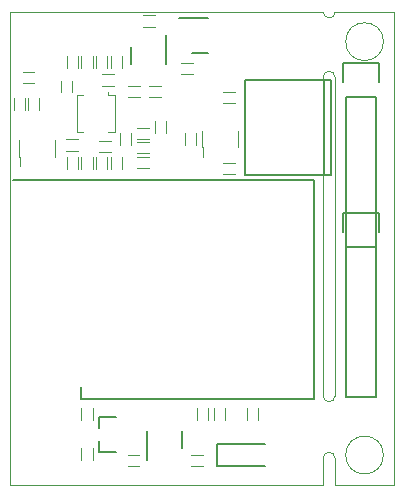
<source format=gto>
G04 #@! TF.FileFunction,Legend,Top*
%FSLAX46Y46*%
G04 Gerber Fmt 4.6, Leading zero omitted, Abs format (unit mm)*
G04 Created by KiCad (PCBNEW 4.0.2-stable) date 05/06/2016 01:14:18*
%MOMM*%
G01*
G04 APERTURE LIST*
%ADD10C,0.100000*%
%ADD11C,0.120000*%
%ADD12C,0.150000*%
G04 APERTURE END LIST*
D10*
X137000000Y-50500000D02*
G75*
G03X137500000Y-50000000I0J500000D01*
G01*
X136500000Y-50000000D02*
G75*
G03X137000000Y-50500000I500000J0D01*
G01*
X136500000Y-57750000D02*
X136500000Y-55500000D01*
X137500000Y-55500000D02*
X137500000Y-57750000D01*
X137500000Y-55500000D02*
G75*
G03X137000000Y-55000000I-500000J0D01*
G01*
X137000000Y-55000000D02*
G75*
G03X136500000Y-55500000I0J-500000D01*
G01*
X137500000Y-65750000D02*
X137500000Y-70500000D01*
X136500000Y-58500000D02*
X136500000Y-63250000D01*
X136500000Y-75500000D02*
X136500000Y-70750000D01*
X137500000Y-70750000D02*
X137500000Y-75500000D01*
X136500000Y-87750000D02*
X136500000Y-90000000D01*
X137500000Y-90000000D02*
X137500000Y-87750000D01*
X137500000Y-57750000D02*
X137500000Y-65750000D01*
X137500000Y-70500000D02*
X137500000Y-70750000D01*
X136500000Y-63500000D02*
X136500000Y-70750000D01*
X136500000Y-63500000D02*
X136500000Y-63250000D01*
X141600000Y-87500000D02*
G75*
G03X141600000Y-87500000I-1600000J0D01*
G01*
X141600000Y-52500000D02*
G75*
G03X141600000Y-52500000I-1600000J0D01*
G01*
X136500000Y-58500000D02*
X136500000Y-57750000D01*
X142500000Y-90000000D02*
X140000000Y-90000000D01*
X142500000Y-50000000D02*
X139000000Y-50000000D01*
X142500000Y-90000000D02*
X142500000Y-50000000D01*
X139000000Y-50000000D02*
X137500000Y-50000000D01*
X136500000Y-50000000D02*
X110000000Y-50000000D01*
X136500000Y-82500000D02*
X136500000Y-75500000D01*
X137500000Y-75500000D02*
X137500000Y-82500000D01*
X137000000Y-83000000D02*
G75*
G03X137500000Y-82500000I0J500000D01*
G01*
X136500000Y-82500000D02*
G75*
G03X137000000Y-83000000I500000J0D01*
G01*
X137500000Y-87750000D02*
G75*
G03X137000000Y-87250000I-500000J0D01*
G01*
X137000000Y-87250000D02*
G75*
G03X136500000Y-87750000I0J-500000D01*
G01*
X137500000Y-90000000D02*
X139000000Y-90000000D01*
X136500000Y-90000000D02*
X110000000Y-90000000D01*
X140000000Y-90000000D02*
X139000000Y-90000000D01*
X110000000Y-50000000D02*
X110000000Y-90000000D01*
D11*
X116190000Y-57020000D02*
X115670000Y-57020000D01*
X115670000Y-57020000D02*
X115670000Y-60180000D01*
X115670000Y-60180000D02*
X116190000Y-60180000D01*
X118310000Y-57020000D02*
X118830000Y-57020000D01*
X118830000Y-57020000D02*
X118830000Y-60180000D01*
X118830000Y-60180000D02*
X118310000Y-60180000D01*
X118310000Y-57020000D02*
X118310000Y-56775000D01*
D12*
X110250000Y-64250000D02*
X135750000Y-64250000D01*
X135750000Y-64250000D02*
X135750000Y-82750000D01*
X135750000Y-82750000D02*
X116250000Y-82750000D01*
X116250000Y-82750000D02*
X116000000Y-82750000D01*
X116000000Y-82750000D02*
X116000000Y-81750000D01*
X137195000Y-63750000D02*
X137195000Y-55750000D01*
X129875000Y-63750000D02*
X129875000Y-55750000D01*
X129875000Y-55750000D02*
X137195000Y-55750000D01*
X136575000Y-55750000D02*
X136575000Y-63750000D01*
X137195000Y-63750000D02*
X129875000Y-63750000D01*
X140970000Y-69850000D02*
X140970000Y-82550000D01*
X140970000Y-82550000D02*
X138430000Y-82550000D01*
X138430000Y-82550000D02*
X138430000Y-69850000D01*
X141250000Y-67030000D02*
X141250000Y-68580000D01*
X140970000Y-69850000D02*
X138430000Y-69850000D01*
X138150000Y-68580000D02*
X138150000Y-67030000D01*
X138150000Y-67030000D02*
X141250000Y-67030000D01*
D11*
X121250000Y-51220000D02*
X122250000Y-51220000D01*
X121250000Y-50280000D02*
X122250000Y-50280000D01*
X128220000Y-84500000D02*
X128220000Y-83500000D01*
X127280000Y-84500000D02*
X127280000Y-83500000D01*
X116970000Y-84500000D02*
X116970000Y-83500000D01*
X116030000Y-84500000D02*
X116030000Y-83500000D01*
X116030000Y-86945000D02*
X116030000Y-87945000D01*
X116970000Y-86945000D02*
X116970000Y-87945000D01*
X114780000Y-53750000D02*
X114780000Y-54750000D01*
X115720000Y-53750000D02*
X115720000Y-54750000D01*
X130970000Y-84500000D02*
X130970000Y-83500000D01*
X130030000Y-84500000D02*
X130030000Y-83500000D01*
X126720000Y-84500000D02*
X126720000Y-83500000D01*
X125780000Y-84500000D02*
X125780000Y-83500000D01*
X115720000Y-63250000D02*
X115720000Y-62250000D01*
X114780000Y-63250000D02*
X114780000Y-62250000D01*
X121750000Y-62280000D02*
X120750000Y-62280000D01*
X121750000Y-63220000D02*
X120750000Y-63220000D01*
X111055000Y-55970000D02*
X112055000Y-55970000D01*
X111055000Y-55030000D02*
X112055000Y-55030000D01*
X116030000Y-53750000D02*
X116030000Y-54750000D01*
X116970000Y-53750000D02*
X116970000Y-54750000D01*
X116970000Y-63250000D02*
X116970000Y-62250000D01*
X116030000Y-63250000D02*
X116030000Y-62250000D01*
X118220000Y-63250000D02*
X118220000Y-62250000D01*
X117280000Y-63250000D02*
X117280000Y-62250000D01*
X118530000Y-53750000D02*
X118530000Y-54750000D01*
X119470000Y-53750000D02*
X119470000Y-54750000D01*
X119470000Y-63250000D02*
X119470000Y-62250000D01*
X118530000Y-63250000D02*
X118530000Y-62250000D01*
X117280000Y-53750000D02*
X117280000Y-54750000D01*
X118220000Y-53750000D02*
X118220000Y-54750000D01*
D12*
X125375000Y-50500000D02*
X126775000Y-50500000D01*
X125375000Y-53500000D02*
X126775000Y-53500000D01*
X125375000Y-50505000D02*
X124315000Y-50505000D01*
D11*
X110720000Y-62225000D02*
X110720000Y-60825000D01*
X113760000Y-62225000D02*
X113760000Y-60825000D01*
X110805000Y-62225000D02*
X110805000Y-63065000D01*
D12*
X123200000Y-52975000D02*
X123200000Y-54375000D01*
X120200000Y-52975000D02*
X120200000Y-54375000D01*
X123195000Y-52975000D02*
X123195000Y-51915000D01*
D11*
X126230000Y-61450000D02*
X126230000Y-60050000D01*
X129270000Y-61450000D02*
X129270000Y-60050000D01*
X126315000Y-61450000D02*
X126315000Y-62290000D01*
D12*
X118950000Y-87250000D02*
X117550000Y-87250000D01*
X117550000Y-87250000D02*
X117550000Y-86295000D01*
X118950000Y-84250000D02*
X117550000Y-84250000D01*
X117550000Y-84250000D02*
X117550000Y-85205000D01*
D11*
X122750000Y-56280000D02*
X121750000Y-56280000D01*
X122750000Y-57220000D02*
X121750000Y-57220000D01*
X117500000Y-61870000D02*
X118500000Y-61870000D01*
X117500000Y-60930000D02*
X118500000Y-60930000D01*
X117750000Y-56220000D02*
X118750000Y-56220000D01*
X117750000Y-55280000D02*
X118750000Y-55280000D01*
X119280000Y-60250000D02*
X119280000Y-61250000D01*
X120220000Y-60250000D02*
X120220000Y-61250000D01*
X114330000Y-55800000D02*
X114330000Y-56800000D01*
X115270000Y-55800000D02*
X115270000Y-56800000D01*
D12*
X121550000Y-86875000D02*
X121550000Y-85475000D01*
X124550000Y-86875000D02*
X124550000Y-85475000D01*
X121555000Y-86875000D02*
X121555000Y-87935000D01*
X140970000Y-57150000D02*
X140970000Y-69850000D01*
X140970000Y-69850000D02*
X138430000Y-69850000D01*
X138430000Y-69850000D02*
X138430000Y-57150000D01*
X141250000Y-54330000D02*
X141250000Y-55880000D01*
X140970000Y-57150000D02*
X138430000Y-57150000D01*
X138150000Y-55880000D02*
X138150000Y-54330000D01*
X138150000Y-54330000D02*
X141250000Y-54330000D01*
D11*
X122280000Y-59250000D02*
X122280000Y-60250000D01*
X123220000Y-59250000D02*
X123220000Y-60250000D01*
X128000000Y-57720000D02*
X129000000Y-57720000D01*
X128000000Y-56780000D02*
X129000000Y-56780000D01*
X128000000Y-63720000D02*
X129000000Y-63720000D01*
X128000000Y-62780000D02*
X129000000Y-62780000D01*
D12*
X131600000Y-86600000D02*
X127540000Y-86600000D01*
X127540000Y-86600000D02*
X127540000Y-88400000D01*
X127540000Y-88400000D02*
X131600000Y-88400000D01*
D11*
X121750000Y-61030000D02*
X120750000Y-61030000D01*
X121750000Y-61970000D02*
X120750000Y-61970000D01*
X110280000Y-57250000D02*
X110280000Y-58250000D01*
X111220000Y-57250000D02*
X111220000Y-58250000D01*
X125720000Y-61250000D02*
X125720000Y-60250000D01*
X124780000Y-61250000D02*
X124780000Y-60250000D01*
X125305000Y-88470000D02*
X126305000Y-88470000D01*
X125305000Y-87530000D02*
X126305000Y-87530000D01*
X124500000Y-55220000D02*
X125500000Y-55220000D01*
X124500000Y-54280000D02*
X125500000Y-54280000D01*
X119945000Y-88470000D02*
X120945000Y-88470000D01*
X119945000Y-87530000D02*
X120945000Y-87530000D01*
X121000000Y-56280000D02*
X120000000Y-56280000D01*
X121000000Y-57220000D02*
X120000000Y-57220000D01*
X121750000Y-59780000D02*
X120750000Y-59780000D01*
X121750000Y-60720000D02*
X120750000Y-60720000D01*
X114750000Y-61720000D02*
X115750000Y-61720000D01*
X114750000Y-60780000D02*
X115750000Y-60780000D01*
X111530000Y-57245000D02*
X111530000Y-58245000D01*
X112470000Y-57245000D02*
X112470000Y-58245000D01*
M02*

</source>
